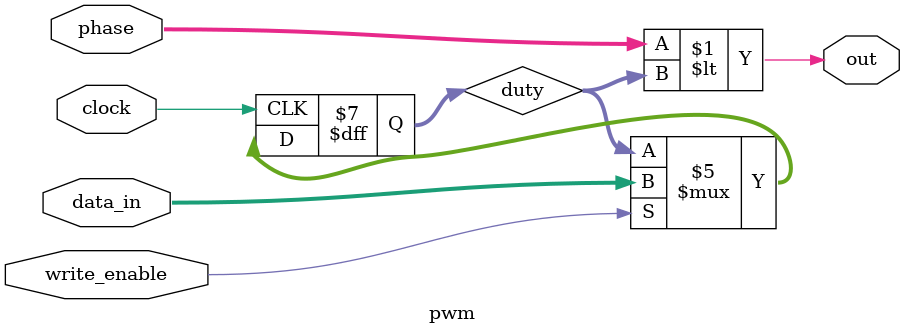
<source format=v>
module pwm(clock, phase, data_in, write_enable, out);
   input clock;
   output out;
   input[7:0] phase;
   input[7:0] data_in;
   input write_enable;
   
   reg[7:0] duty = 16;
   assign out = phase < duty;
   
   always @(posedge clock) begin
      if(write_enable) duty = data_in;
   end
endmodule

</source>
